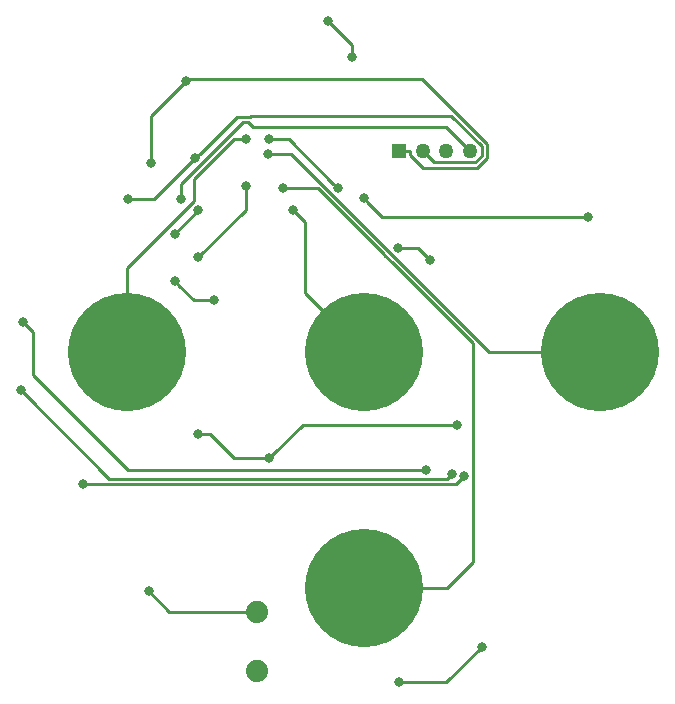
<source format=gbr>
G04 #@! TF.GenerationSoftware,KiCad,Pcbnew,(5.0.0)*
G04 #@! TF.CreationDate,2019-01-02T21:37:44-05:00*
G04 #@! TF.ProjectId,bikesenseCap,62696B6573656E73654361702E6B6963,REV B*
G04 #@! TF.SameCoordinates,Original*
G04 #@! TF.FileFunction,Copper,L2,Bot,Signal*
G04 #@! TF.FilePolarity,Positive*
%FSLAX46Y46*%
G04 Gerber Fmt 4.6, Leading zero omitted, Abs format (unit mm)*
G04 Created by KiCad (PCBNEW (5.0.0)) date 01/02/19 21:37:44*
%MOMM*%
%LPD*%
G01*
G04 APERTURE LIST*
G04 #@! TA.AperFunction,BGAPad,CuDef*
%ADD10C,10.000000*%
G04 #@! TD*
G04 #@! TA.AperFunction,ComponentPad*
%ADD11R,1.270000X1.270000*%
G04 #@! TD*
G04 #@! TA.AperFunction,ComponentPad*
%ADD12C,1.270000*%
G04 #@! TD*
G04 #@! TA.AperFunction,ComponentPad*
%ADD13C,1.879600*%
G04 #@! TD*
G04 #@! TA.AperFunction,ViaPad*
%ADD14C,0.800000*%
G04 #@! TD*
G04 #@! TA.AperFunction,Conductor*
%ADD15C,0.250000*%
G04 #@! TD*
G04 APERTURE END LIST*
D10*
G04 #@! TO.P,J5,1*
G04 #@! TO.N,Net-(J5-Pad1)*
X150000000Y-120000000D03*
G04 #@! TD*
D11*
G04 #@! TO.P,J1,1*
G04 #@! TO.N,/SCL*
X153000260Y-83000000D03*
D12*
G04 #@! TO.P,J1,2*
G04 #@! TO.N,/SDA*
X155001780Y-83000000D03*
G04 #@! TO.P,J1,3*
G04 #@! TO.N,+3V3*
X156998220Y-83000000D03*
G04 #@! TO.P,J1,4*
G04 #@! TO.N,GND*
X158999740Y-83000000D03*
G04 #@! TD*
D10*
G04 #@! TO.P,J2,1*
G04 #@! TO.N,Net-(J2-Pad1)*
X130000000Y-100000000D03*
G04 #@! TD*
G04 #@! TO.P,J3,1*
G04 #@! TO.N,Net-(J3-Pad1)*
X150000000Y-100000000D03*
G04 #@! TD*
G04 #@! TO.P,J4,1*
G04 #@! TO.N,Net-(J4-Pad1)*
X170000000Y-100000000D03*
G04 #@! TD*
D13*
G04 #@! TO.P,J10,1*
G04 #@! TO.N,Net-(D1-Pad1)*
X141000000Y-122000000D03*
G04 #@! TD*
G04 #@! TO.P,J11,1*
G04 #@! TO.N,Net-(D2-Pad1)*
X141000000Y-127000000D03*
G04 #@! TD*
D14*
G04 #@! TO.N,Net-(D3-Pad1)*
X137299700Y-95603100D03*
X134000000Y-94000000D03*
G04 #@! TO.N,Net-(D4-Pad2)*
X152899978Y-91244258D03*
X155588668Y-92198351D03*
G04 #@! TO.N,Net-(D5-Pad1)*
X169000000Y-88587300D03*
X150000000Y-87000000D03*
G04 #@! TO.N,/West*
X157499800Y-110305000D03*
X120975300Y-103248200D03*
G04 #@! TO.N,/NorthWest*
X121138400Y-97497400D03*
X155274990Y-110013000D03*
G04 #@! TO.N,/SouthWest*
X158500200Y-110537400D03*
X126244700Y-111233300D03*
G04 #@! TO.N,/North*
X149000000Y-75000000D03*
X147000000Y-72000000D03*
G04 #@! TO.N,/SCL*
X157911200Y-106157600D03*
X136000000Y-88000000D03*
X134000000Y-90000000D03*
X132000000Y-84000000D03*
X142000000Y-109000016D03*
X135999988Y-107000000D03*
X134919960Y-77105360D03*
G04 #@! TO.N,/SDA*
X130088600Y-87095400D03*
X135711284Y-83626985D03*
G04 #@! TO.N,+3V3*
X160000000Y-125000000D03*
X153000000Y-128000000D03*
G04 #@! TO.N,GND*
X134549988Y-87063972D03*
X140000000Y-86000000D03*
X136000000Y-92000000D03*
G04 #@! TO.N,Net-(J2-Pad1)*
X140000000Y-82000000D03*
G04 #@! TO.N,Net-(J3-Pad1)*
X142000000Y-82000000D03*
X144000000Y-88000000D03*
X147830866Y-86169135D03*
G04 #@! TO.N,Net-(J4-Pad1)*
X141875800Y-83248500D03*
G04 #@! TO.N,Net-(J5-Pad1)*
X143207378Y-86147521D03*
G04 #@! TO.N,Net-(D1-Pad1)*
X131812400Y-120273700D03*
G04 #@! TD*
D15*
G04 #@! TO.N,Net-(D3-Pad1)*
X135603100Y-95603100D02*
X134399999Y-94399999D01*
X134399999Y-94399999D02*
X134000000Y-94000000D01*
X137299700Y-95603100D02*
X135603100Y-95603100D01*
G04 #@! TO.N,Net-(D4-Pad2)*
X152899978Y-91244258D02*
X154634575Y-91244258D01*
X154634575Y-91244258D02*
X155188669Y-91798352D01*
X155188669Y-91798352D02*
X155588668Y-92198351D01*
G04 #@! TO.N,Net-(D5-Pad1)*
X151587300Y-88587300D02*
X150399999Y-87399999D01*
X150399999Y-87399999D02*
X150000000Y-87000000D01*
X169000000Y-88587300D02*
X151587300Y-88587300D01*
G04 #@! TO.N,/West*
X157066500Y-110738300D02*
X128465400Y-110738300D01*
X121375299Y-103648199D02*
X120975300Y-103248200D01*
X128465400Y-110738300D02*
X121375299Y-103648199D01*
X157499800Y-110305000D02*
X157066500Y-110738300D01*
G04 #@! TO.N,/NorthWest*
X154709305Y-110013000D02*
X155274990Y-110013000D01*
X130013000Y-110013000D02*
X154709305Y-110013000D01*
X122000000Y-102000000D02*
X130013000Y-110013000D01*
X121138400Y-97497400D02*
X122000000Y-98359000D01*
X122000000Y-98359000D02*
X122000000Y-102000000D01*
G04 #@! TO.N,/SouthWest*
X158500200Y-110537400D02*
X157804300Y-111233300D01*
X157804300Y-111233300D02*
X126244700Y-111233300D01*
G04 #@! TO.N,/North*
X149000000Y-75000000D02*
X149000000Y-74000000D01*
X149000000Y-74000000D02*
X147000000Y-72000000D01*
G04 #@! TO.N,/SCL*
X136000000Y-88000000D02*
X134000000Y-90000000D01*
X157911200Y-106157600D02*
X144842416Y-106157600D01*
X142399999Y-108600017D02*
X142000000Y-109000016D01*
X144842416Y-106157600D02*
X142399999Y-108600017D01*
X136565673Y-107000000D02*
X135999988Y-107000000D01*
X137000000Y-107000000D02*
X136565673Y-107000000D01*
X139000000Y-109000000D02*
X137000000Y-107000000D01*
X142000000Y-109000016D02*
X141999984Y-109000000D01*
X141999984Y-109000000D02*
X139000000Y-109000000D01*
X160452400Y-83571000D02*
X160452400Y-82391400D01*
X160452400Y-82391400D02*
X154978300Y-76917300D01*
X132000000Y-84000000D02*
X132000000Y-80025320D01*
X154978300Y-76917300D02*
X135108020Y-76917300D01*
X135108020Y-76917300D02*
X134919960Y-77105360D01*
X134519961Y-77505359D02*
X134919960Y-77105360D01*
X132000000Y-80025320D02*
X134519961Y-77505359D01*
X159612800Y-84410600D02*
X160452400Y-83571000D01*
X153000300Y-83000000D02*
X153960600Y-83000000D01*
X155011000Y-84410600D02*
X159612800Y-84410600D01*
X153960600Y-83360200D02*
X155011000Y-84410600D01*
X153960600Y-83000000D02*
X153960600Y-83360200D01*
G04 #@! TO.N,/SDA*
X135311285Y-84026984D02*
X135711284Y-83626985D01*
X132242869Y-87095400D02*
X135311285Y-84026984D01*
X130088600Y-87095400D02*
X132242869Y-87095400D01*
X140372801Y-80099980D02*
X139238289Y-80099980D01*
X139238289Y-80099980D02*
X136111283Y-83226986D01*
X140472781Y-80000000D02*
X140372801Y-80099980D01*
X155962100Y-83960300D02*
X159426200Y-83960300D01*
X155001800Y-83000000D02*
X155962100Y-83960300D01*
X159426200Y-83960300D02*
X160002100Y-83384400D01*
X160002100Y-83384400D02*
X160002100Y-82578000D01*
X160002100Y-82578000D02*
X157424100Y-80000000D01*
X136111283Y-83226986D02*
X135711284Y-83626985D01*
X157424100Y-80000000D02*
X140472781Y-80000000D01*
G04 #@! TO.N,+3V3*
X160000000Y-125000000D02*
X157000000Y-128000000D01*
X157000000Y-128000000D02*
X153000000Y-128000000D01*
G04 #@! TO.N,GND*
X140000000Y-88000000D02*
X136000000Y-92000000D01*
X140000000Y-86000000D02*
X140000000Y-88000000D01*
X134549988Y-86498287D02*
X134549988Y-87063972D01*
X156999700Y-81000000D02*
X140636410Y-81000000D01*
X158999700Y-83000000D02*
X156999700Y-81000000D01*
X140186401Y-80549991D02*
X139813599Y-80549991D01*
X140636410Y-81000000D02*
X140186401Y-80549991D01*
X139813599Y-80549991D02*
X134549988Y-85813601D01*
X134549988Y-85813601D02*
X134549988Y-86498287D01*
G04 #@! TO.N,Net-(J2-Pad1)*
X139000000Y-82000000D02*
X140000000Y-82000000D01*
X135653934Y-85346066D02*
X139000000Y-82000000D01*
X135653934Y-87274999D02*
X135653934Y-85346066D01*
X130000000Y-100000000D02*
X130000000Y-92928933D01*
X130000000Y-92928933D02*
X135653934Y-87274999D01*
G04 #@! TO.N,Net-(J3-Pad1)*
X143661731Y-82000000D02*
X147430867Y-85769136D01*
X142000000Y-82000000D02*
X143661731Y-82000000D01*
X147430867Y-85769136D02*
X147830866Y-86169135D01*
X145000000Y-89000000D02*
X144000000Y-88000000D01*
X150000000Y-100000000D02*
X145000000Y-95000000D01*
X145000000Y-95000000D02*
X145000000Y-89000000D01*
G04 #@! TO.N,Net-(J4-Pad1)*
X152605671Y-91969260D02*
X160636411Y-100000000D01*
X160636411Y-100000000D02*
X162928933Y-100000000D01*
X162928933Y-100000000D02*
X170000000Y-100000000D01*
X152174976Y-91538565D02*
X152174976Y-91592260D01*
X143884911Y-83248500D02*
X152174976Y-91538565D01*
X152174976Y-91592260D02*
X152551976Y-91969260D01*
X141875800Y-83248500D02*
X143884911Y-83248500D01*
X152551976Y-91969260D02*
X152605671Y-91969260D01*
G04 #@! TO.N,Net-(J5-Pad1)*
X146147521Y-86147521D02*
X143207378Y-86147521D01*
X151724965Y-91724965D02*
X146147521Y-86147521D01*
X151724965Y-91778660D02*
X151724965Y-91724965D01*
X152365576Y-92419271D02*
X151724965Y-91778660D01*
X159240300Y-99240300D02*
X152419271Y-92419271D01*
X152419271Y-92419271D02*
X152365576Y-92419271D01*
X159240300Y-117830767D02*
X159240300Y-99240300D01*
X150000000Y-120000000D02*
X157071067Y-120000000D01*
X157071067Y-120000000D02*
X159240300Y-117830767D01*
G04 #@! TO.N,Net-(D1-Pad1)*
X141000000Y-122000000D02*
X133538700Y-122000000D01*
X133538700Y-122000000D02*
X131812400Y-120273700D01*
G04 #@! TD*
M02*

</source>
